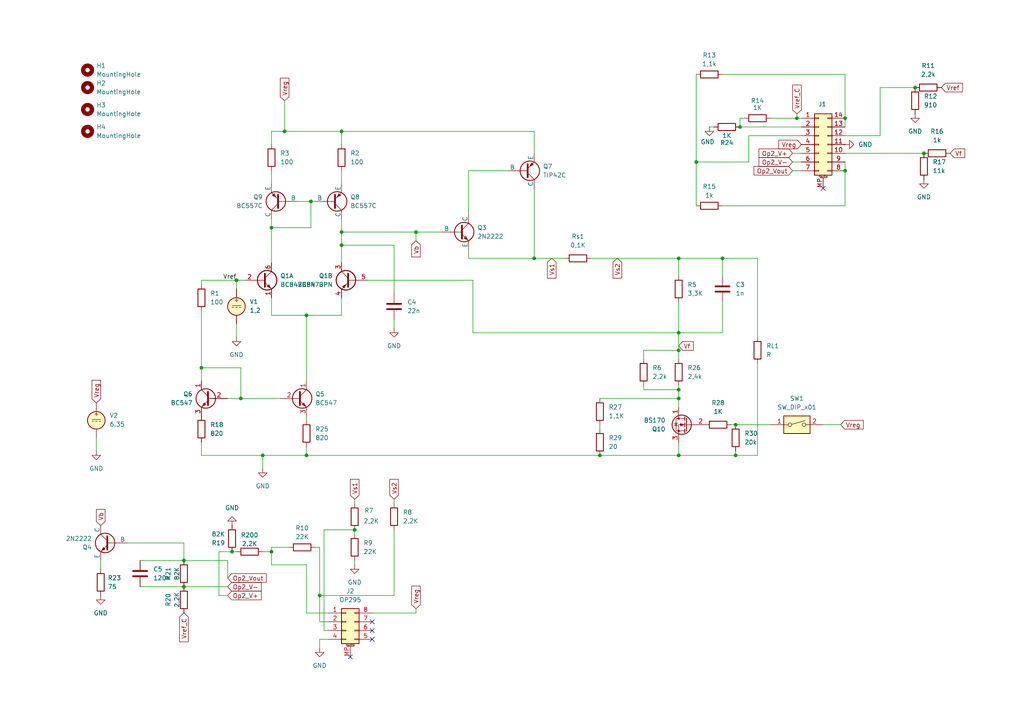
<source format=kicad_sch>
(kicad_sch (version 20231120) (generator "eeschema") (generator_version "8.0")
  (paper "A4")
  (lib_symbols
    (symbol "Connector_Generic_MountingPin:Conn_02x04_Counter_Clockwise_MountingPin" (pin_names (offset 1.016) hide)
      (property "Reference" "J" (at 1.27 5.08 0))
      (property "Value" "Conn_02x04_Counter_Clockwise_MountingPin" (at 2.54 -7.62 0))
      (symbol "Conn_02x04_Counter_Clockwise_MountingPin_1_1"
        (rectangle (start -1.27 -4.953) (end 0 -5.207) (stroke (width 0.1524)))
        (rectangle (start -1.27 -2.413) (end 0 -2.667) (stroke (width 0.1524)))
        (rectangle (start -1.27 0.127) (end 0 -0.127) (stroke (width 0.1524)))
        (rectangle (start -1.27 2.667) (end 0 2.413) (stroke (width 0.1524)))
        (rectangle (start -1.27 3.81) (end 3.81 -6.35) (stroke (width 0.254)) (fill (type background)))
        (polyline (pts (xy 0.254 -7.112) (xy 2.286 -7.112)) (stroke (width 0.1524)))
        (rectangle (start 3.81 -4.953) (end 2.54 -5.207) (stroke (width 0.1524)))
        (rectangle (start 3.81 -2.413) (end 2.54 -2.667) (stroke (width 0.1524)))
        (rectangle (start 3.81 0.127) (end 2.54 -0.127) (stroke (width 0.1524)))
        (rectangle (start 3.81 2.667) (end 2.54 2.413) (stroke (width 0.1524)))
        (text "Mounting" (at 1.27 -6.731 0) (effects (font (size 0.381 0.381))))
        (pin passive line (at -5.08 2.54 0) (length 3.81) (name "Pin_1") (number "1"))
        (pin passive line (at -5.08 0 0) (length 3.81) (name "Pin_2") (number "2"))
        (pin passive line (at -5.08 -2.54 0) (length 3.81) (name "Pin_3") (number "3"))
        (pin passive line (at -5.08 -5.08 0) (length 3.81) (name "Pin_4") (number "4"))
        (pin passive line (at 7.62 -5.08 180) (length 3.81) (name "Pin_5") (number "5"))
        (pin passive line (at 7.62 -2.54 180) (length 3.81) (name "Pin_6") (number "6"))
        (pin passive line (at 7.62 0 180) (length 3.81) (name "Pin_7") (number "7"))
        (pin passive line (at 7.62 2.54 180) (length 3.81) (name "Pin_8") (number "8"))
        (pin passive line (at 1.27 -10.16 90) (length 3.048) (name "MountPin") (number "MP"))
      )
    )
    (symbol "Connector_Generic_MountingPin:Conn_02x07_Counter_Clockwise_MountingPin" (pin_names (offset 1.016) hide)
      (property "Reference" "J" (at 1.27 10.16 0))
      (property "Value" "Conn_02x07_Counter_Clockwise_MountingPin" (at 2.54 -10.16 0))
      (symbol "Conn_02x07_Counter_Clockwise_MountingPin_1_1"
        (rectangle (start -1.27 -7.493) (end 0 -7.747) (stroke (width 0.1524)))
        (rectangle (start -1.27 -4.953) (end 0 -5.207) (stroke (width 0.1524)))
        (rectangle (start -1.27 -2.413) (end 0 -2.667) (stroke (width 0.1524)))
        (rectangle (start -1.27 0.127) (end 0 -0.127) (stroke (width 0.1524)))
        (rectangle (start -1.27 2.667) (end 0 2.413) (stroke (width 0.1524)))
        (rectangle (start -1.27 5.207) (end 0 4.953) (stroke (width 0.1524)))
        (rectangle (start -1.27 7.747) (end 0 7.493) (stroke (width 0.1524)))
        (rectangle (start -1.27 8.89) (end 3.81 -8.89) (stroke (width 0.254)) (fill (type background)))
        (polyline (pts (xy 0.254 -9.652) (xy 2.286 -9.652)) (stroke (width 0.1524)))
        (rectangle (start 3.81 -7.493) (end 2.54 -7.747) (stroke (width 0.1524)))
        (rectangle (start 3.81 -4.953) (end 2.54 -5.207) (stroke (width 0.1524)))
        (rectangle (start 3.81 -2.413) (end 2.54 -2.667) (stroke (width 0.1524)))
        (rectangle (start 3.81 0.127) (end 2.54 -0.127) (stroke (width 0.1524)))
        (rectangle (start 3.81 2.667) (end 2.54 2.413) (stroke (width 0.1524)))
        (rectangle (start 3.81 5.207) (end 2.54 4.953) (stroke (width 0.1524)))
        (rectangle (start 3.81 7.747) (end 2.54 7.493) (stroke (width 0.1524)))
        (text "Mounting" (at 1.27 -9.271 0) (effects (font (size 0.381 0.381))))
        (pin passive line (at -5.08 7.62 0) (length 3.81) (name "Pin_1") (number "1"))
        (pin passive line (at 7.62 -2.54 180) (length 3.81) (name "Pin_10") (number "10"))
        (pin passive line (at 7.62 0 180) (length 3.81) (name "Pin_11") (number "11"))
        (pin passive line (at 7.62 2.54 180) (length 3.81) (name "Pin_12") (number "12"))
        (pin passive line (at 7.62 5.08 180) (length 3.81) (name "Pin_13") (number "13"))
        (pin passive line (at 7.62 7.62 180) (length 3.81) (name "Pin_14") (number "14"))
        (pin passive line (at -5.08 5.08 0) (length 3.81) (name "Pin_2") (number "2"))
        (pin passive line (at -5.08 2.54 0) (length 3.81) (name "Pin_3") (number "3"))
        (pin passive line (at -5.08 0 0) (length 3.81) (name "Pin_4") (number "4"))
        (pin passive line (at -5.08 -2.54 0) (length 3.81) (name "Pin_5") (number "5"))
        (pin passive line (at -5.08 -5.08 0) (length 3.81) (name "Pin_6") (number "6"))
        (pin passive line (at -5.08 -7.62 0) (length 3.81) (name "Pin_7") (number "7"))
        (pin passive line (at 7.62 -7.62 180) (length 3.81) (name "Pin_8") (number "8"))
        (pin passive line (at 7.62 -5.08 180) (length 3.81) (name "Pin_9") (number "9"))
        (pin passive line (at 1.27 -12.7 90) (length 3.048) (name "MountPin") (number "MP"))
      )
    )
    (symbol "Device:C" (pin_numbers hide) (pin_names (offset 0.254))
      (property "Reference" "C" (at 0.635 2.54 0))
      (property "Value" "C" (at 0.635 -2.54 0))
      (symbol "C_0_1"
        (polyline (pts (xy -2.032 -0.762) (xy 2.032 -0.762)) (stroke (width 0.508)))
        (polyline (pts (xy -2.032 0.762) (xy 2.032 0.762)) (stroke (width 0.508)))
      )
      (symbol "C_1_1"
        (pin passive line (at 0 3.81 270) (length 2.794) (name "~") (number "1"))
        (pin passive line (at 0 -3.81 90) (length 2.794) (name "~") (number "2"))
      )
    )
    (symbol "Device:R" (pin_numbers hide) (pin_names (offset 0))
      (property "Reference" "R" (at 2.032 0 90))
      (property "Value" "R" (at 0 0 90))
      (symbol "R_0_1"
        (rectangle (start -1.016 -2.54) (end 1.016 2.54) (stroke (width 0.254)))
      )
      (symbol "R_1_1"
        (pin passive line (at 0 3.81 270) (length 1.27) (name "~") (number "1"))
        (pin passive line (at 0 -3.81 90) (length 1.27) (name "~") (number "2"))
      )
    )
    (symbol "Mechanical:MountingHole" (pin_names (offset 1.016))
      (property "Reference" "H" (at 0 5.08 0))
      (property "Value" "MountingHole" (at 0 3.175 0))
      (symbol "MountingHole_0_1"
        (circle (center 0 0) (radius 1.27) (stroke (width 1.27)))
      )
    )
    (symbol "Simulation_SPICE:NPN" (pin_numbers hide) (pin_names (offset 0))
      (property "Reference" "Q" (at -2.54 7.62 0))
      (property "Value" "NPN" (at -2.54 5.08 0))
      (symbol "NPN_0_1"
        (polyline (pts (xy -2.54 0) (xy 0.635 0)) (stroke (width 0.1524)))
        (polyline (pts (xy 0.635 0.635) (xy 2.54 2.54)))
        (polyline (pts (xy 2.794 -1.27) (xy 2.794 -1.27)) (stroke (width 0.1524)))
        (polyline (pts (xy 2.794 -1.27) (xy 2.794 -1.27)) (stroke (width 0.1524)))
        (polyline (pts (xy 0.635 -0.635) (xy 2.54 -2.54) (xy 2.54 -2.54)))
        (polyline (pts (xy 0.635 1.905) (xy 0.635 -1.905) (xy 0.635 -1.905)) (stroke (width 0.508)))
        (polyline (pts (xy 1.27 -1.778) (xy 1.778 -1.27) (xy 2.286 -2.286) (xy 1.27 -1.778) (xy 1.27 -1.778)) (fill (type outline)))
        (circle (center 1.27 0) (radius 2.8194) (stroke (width 0.254)))
      )
      (symbol "NPN_1_1"
        (pin open_collector line (at 2.54 5.08 270) (length 2.54) (name "C") (number "1"))
        (pin input line (at -5.08 0 0) (length 2.54) (name "B") (number "2"))
        (pin open_emitter line (at 2.54 -5.08 90) (length 2.54) (name "E") (number "3"))
      )
    )
    (symbol "Simulation_SPICE:PNP" (pin_numbers hide) (pin_names (offset 0))
      (property "Reference" "Q" (at -2.54 7.62 0))
      (property "Value" "PNP" (at -2.54 5.08 0))
      (symbol "PNP_0_1"
        (polyline (pts (xy -2.54 0) (xy 0.635 0)) (stroke (width 0.1524)))
        (polyline (pts (xy 0.635 0.635) (xy 2.54 2.54)))
        (polyline (pts (xy 0.635 -0.635) (xy 2.54 -2.54) (xy 2.54 -2.54)))
        (polyline (pts (xy 0.635 1.905) (xy 0.635 -1.905) (xy 0.635 -1.905)) (stroke (width 0.508)))
        (polyline (pts (xy 2.286 -1.778) (xy 1.778 -2.286) (xy 1.27 -1.27) (xy 2.286 -1.778) (xy 2.286 -1.778)) (fill (type outline)))
        (circle (center 1.27 0) (radius 2.8194) (stroke (width 0.254)))
      )
      (symbol "PNP_1_1"
        (pin open_collector line (at 2.54 5.08 270) (length 2.54) (name "C") (number "1"))
        (pin input line (at -5.08 0 0) (length 2.54) (name "B") (number "2"))
        (pin open_emitter line (at 2.54 -5.08 90) (length 2.54) (name "E") (number "3"))
      )
    )
    (symbol "Simulation_SPICE:VDC" (pin_numbers hide) (pin_names (offset 0.0254))
      (property "Reference" "V" (at 2.54 2.54 0))
      (property "Value" "1" (at 2.54 0 0))
      (symbol "VDC_0_0"
        (polyline (pts (xy -1.27 0.254) (xy 1.27 0.254)))
        (polyline (pts (xy -0.762 -0.254) (xy -1.27 -0.254)))
        (polyline (pts (xy 0.254 -0.254) (xy -0.254 -0.254)))
        (polyline (pts (xy 1.27 -0.254) (xy 0.762 -0.254)))
        (text "+" (at 0 1.905 0) (effects (font (size 1.27 1.27))))
      )
      (symbol "VDC_0_1"
        (circle (center 0 0) (radius 2.54) (stroke (width 0.254)) (fill (type background)))
      )
      (symbol "VDC_1_1"
        (pin passive line (at 0 5.08 270) (length 2.54) (name "~") (number "1"))
        (pin passive line (at 0 -5.08 90) (length 2.54) (name "~") (number "2"))
      )
    )
    (symbol "Switch:SW_DIP_x01" (pin_names (offset 0) hide)
      (property "Reference" "SW" (at 0 3.81 0))
      (property "Value" "SW_DIP_x01" (at 0 -3.81 0))
      (symbol "SW_DIP_x01_0_0"
        (circle (center -2.032 0) (radius 0.508))
        (polyline (pts (xy -1.524 0.127) (xy 2.3622 1.1684)))
        (circle (center 2.032 0) (radius 0.508))
      )
      (symbol "SW_DIP_x01_0_1"
        (rectangle (start -3.81 2.54) (end 3.81 -2.54) (stroke (width 0.254)) (fill (type background)))
      )
      (symbol "SW_DIP_x01_1_1"
        (pin passive line (at -7.62 0 0) (length 5.08) (name "~") (number "1"))
        (pin passive line (at 7.62 0 180) (length 5.08) (name "~") (number "2"))
      )
    )
    (symbol "Transistor_BJT:BC547" (pin_names (offset 0) hide)
      (property "Reference" "Q" (at 5.08 1.905 0))
      (property "Value" "BC547" (at 5.08 0 0))
      (symbol "BC547_0_1"
        (polyline (pts (xy 0 0) (xy 0.635 0)))
        (polyline (pts (xy 0.635 0.635) (xy 2.54 2.54)))
        (polyline (pts (xy 0.635 -0.635) (xy 2.54 -2.54) (xy 2.54 -2.54)))
        (polyline (pts (xy 0.635 1.905) (xy 0.635 -1.905) (xy 0.635 -1.905)) (stroke (width 0.508)))
        (polyline (pts (xy 1.27 -1.778) (xy 1.778 -1.27) (xy 2.286 -2.286) (xy 1.27 -1.778) (xy 1.27 -1.778)) (fill (type outline)))
        (circle (center 1.27 0) (radius 2.8194) (stroke (width 0.254)))
      )
      (symbol "BC547_1_1"
        (pin passive line (at 2.54 5.08 270) (length 2.54) (name "C") (number "1"))
        (pin input line (at -5.08 0 0) (length 5.08) (name "B") (number "2"))
        (pin passive line (at 2.54 -5.08 90) (length 2.54) (name "E") (number "3"))
      )
    )
    (symbol "Transistor_BJT:BC847BPN" (pin_names (offset 0) hide)
      (property "Reference" "Q" (at 5.08 1.27 0))
      (property "Value" "BC847BPN" (at 5.08 -1.27 0))
      (symbol "BC847BPN_0_1"
        (polyline (pts (xy 0.635 0) (xy -2.54 0)))
        (circle (center 1.27 0) (radius 2.8194) (stroke (width 0.254)))
        (circle (center 1.27 0) (radius 2.8194) (stroke (width 0.254)))
      )
      (symbol "BC847BPN_1_1"
        (polyline (pts (xy 0.635 0.635) (xy 2.54 2.54)))
        (polyline (pts (xy 0.635 -0.635) (xy 2.54 -2.54) (xy 2.54 -2.54)))
        (polyline (pts (xy 0.635 1.905) (xy 0.635 -1.905) (xy 0.635 -1.905)) (stroke (width 0.508)))
        (polyline (pts (xy 1.27 -1.778) (xy 1.778 -1.27) (xy 2.286 -2.286) (xy 1.27 -1.778) (xy 1.27 -1.778)) (fill (type outline)))
        (pin passive line (at 2.54 -5.08 90) (length 2.54) (name "E1") (number "1"))
        (pin input line (at -5.08 0 0) (length 2.54) (name "B1") (number "2"))
        (pin passive line (at 2.54 5.08 270) (length 2.54) (name "C1") (number "6"))
      )
      (symbol "BC847BPN_2_1"
        (polyline (pts (xy 0.635 0.635) (xy 2.54 2.54)))
        (polyline (pts (xy 0.635 -0.635) (xy 2.54 -2.54) (xy 2.54 -2.54)))
        (polyline (pts (xy 0.635 1.905) (xy 0.635 -1.905) (xy 0.635 -1.905)) (stroke (width 0.508)))
        (polyline (pts (xy 2.286 -1.778) (xy 1.778 -2.286) (xy 1.27 -1.27) (xy 2.286 -1.778) (xy 2.286 -1.778)) (fill (type outline)))
        (pin passive line (at 2.54 5.08 270) (length 2.54) (name "C2") (number "3"))
        (pin passive line (at 2.54 -5.08 90) (length 2.54) (name "E2") (number "4"))
        (pin input line (at -5.08 0 0) (length 2.54) (name "B2") (number "5"))
      )
    )
    (symbol "Transistor_FET:BS170" (pin_names hide)
      (property "Reference" "Q" (at 5.08 1.905 0))
      (property "Value" "BS170" (at 5.08 0 0))
      (symbol "BS170_0_1"
        (polyline (pts (xy 0.254 0) (xy -2.54 0)))
        (polyline (pts (xy 0.254 1.905) (xy 0.254 -1.905)) (stroke (width 0.254)))
        (polyline (pts (xy 0.762 -1.27) (xy 0.762 -2.286)) (stroke (width 0.254)))
        (polyline (pts (xy 0.762 0.508) (xy 0.762 -0.508)) (stroke (width 0.254)))
        (polyline (pts (xy 0.762 2.286) (xy 0.762 1.27)) (stroke (width 0.254)))
        (polyline (pts (xy 2.54 2.54) (xy 2.54 1.778)))
        (polyline (pts (xy 2.54 -2.54) (xy 2.54 0) (xy 0.762 0)))
        (polyline (pts (xy 0.762 -1.778) (xy 3.302 -1.778) (xy 3.302 1.778) (xy 0.762 1.778)))
        (polyline (pts (xy 1.016 0) (xy 2.032 0.381) (xy 2.032 -0.381) (xy 1.016 0)) (fill (type outline)))
        (polyline (pts (xy 2.794 0.508) (xy 2.921 0.381) (xy 3.683 0.381) (xy 3.81 0.254)))
        (polyline (pts (xy 3.302 0.381) (xy 2.921 -0.254) (xy 3.683 -0.254) (xy 3.302 0.381)))
        (circle (center 1.651 0) (radius 2.794) (stroke (width 0.254)))
        (circle (center 2.54 -1.778) (radius 0.254) (fill (type outline)))
        (circle (center 2.54 1.778) (radius 0.254) (fill (type outline)))
      )
      (symbol "BS170_1_1"
        (pin passive line (at 2.54 5.08 270) (length 2.54) (name "D") (number "1"))
        (pin input line (at -5.08 0 0) (length 2.54) (name "G") (number "2"))
        (pin passive line (at 2.54 -5.08 90) (length 2.54) (name "S") (number "3"))
      )
    )
    (symbol "power:GND" (power) (pin_numbers hide) (pin_names (offset 0) hide)
      (property "Value" "GND" (at 0 -3.81 0))
      (symbol "GND_0_1"
        (polyline (pts (xy 0 0) (xy 0 -1.27) (xy 1.27 -1.27) (xy 0 -2.54) (xy -1.27 -1.27) (xy 0 -1.27)))
      )
      (symbol "GND_1_1"
        (pin power_in line (at 0 0 270) (length 0) (name "~") (number "1"))
      )
    )
  )
  (junction (at 213.36 123.19))
  (junction (at 88.9 132.08))
  (junction (at 154.94 74.93))
  (junction (at 173.99 132.08))
  (junction (at 53.34 162.56))
  (junction (at 196.85 115.57))
  (junction (at 102.87 153.67))
  (junction (at 53.34 170.18))
  (junction (at 67.31 160.02))
  (junction (at 196.85 113.03))
  (junction (at 245.11 49.53))
  (junction (at 82.55 38.1))
  (junction (at 58.42 106.68))
  (junction (at 196.85 74.93))
  (junction (at 76.2 132.08))
  (junction (at 213.36 132.08))
  (junction (at 92.71 172.72))
  (junction (at 78.74 160.02))
  (junction (at 99.06 71.12))
  (junction (at 231.14 34.29))
  (junction (at 68.58 81.28))
  (junction (at 120.65 67.31))
  (junction (at 88.9 91.44))
  (junction (at 209.55 74.93))
  (junction (at 99.06 38.1))
  (junction (at 201.93 46.99))
  (junction (at 196.85 101.6))
  (junction (at 78.74 66.04))
  (junction (at 245.11 34.29))
  (junction (at 69.85 115.57))
  (junction (at 265.43 25.4))
  (junction (at 99.06 67.31))
  (junction (at 214.63 36.83))
  (junction (at 267.97 44.45))
  (junction (at 90.17 58.42))
  (junction (at 196.85 132.08))
  (junction (at 196.85 96.52))
  (no_connect (at 101.6 190.5))
  (no_connect (at 107.95 182.88))
  (no_connect (at 107.95 185.42))
  (no_connect (at 238.76 54.61))
  (no_connect (at 107.95 180.34))
  (wire (pts (xy 66.04 167.64) (xy 66.04 162.56)))
  (wire (pts (xy 29.21 165.1) (xy 29.21 162.56)))
  (wire (pts (xy 186.69 111.76) (xy 186.69 113.03)))
  (wire (pts (xy 232.41 39.37) (xy 217.17 39.37)))
  (wire (pts (xy 196.85 113.03) (xy 196.85 115.57)))
  (wire (pts (xy 99.06 38.1) (xy 154.94 38.1)))
  (wire (pts (xy 212.09 123.19) (xy 213.36 123.19)))
  (wire (pts (xy 120.65 176.53) (xy 120.65 177.8)))
  (wire (pts (xy 102.87 162.56) (xy 102.87 163.83)))
  (wire (pts (xy 137.16 81.28) (xy 137.16 96.52)))
  (wire (pts (xy 196.85 74.93) (xy 209.55 74.93)))
  (wire (pts (xy 88.9 177.8) (xy 88.9 163.83)))
  (wire (pts (xy 58.42 81.28) (xy 68.58 81.28)))
  (wire (pts (xy 186.69 104.14) (xy 186.69 101.6)))
  (wire (pts (xy 231.14 33.02) (xy 231.14 34.29)))
  (wire (pts (xy 213.36 132.08) (xy 219.71 132.08)))
  (wire (pts (xy 114.3 92.71) (xy 114.3 95.25)))
  (wire (pts (xy 196.85 132.08) (xy 213.36 132.08)))
  (wire (pts (xy 201.93 21.59) (xy 201.93 46.99)))
  (wire (pts (xy 219.71 105.41) (xy 219.71 132.08)))
  (wire (pts (xy 173.99 115.57) (xy 196.85 115.57)))
  (wire (pts (xy 201.93 46.99) (xy 201.93 59.69)))
  (wire (pts (xy 88.9 110.49) (xy 88.9 91.44)))
  (wire (pts (xy 90.17 58.42) (xy 91.44 58.42)))
  (wire (pts (xy 82.55 29.21) (xy 82.55 38.1)))
  (wire (pts (xy 93.98 153.67) (xy 93.98 182.88)))
  (wire (pts (xy 69.85 115.57) (xy 69.85 106.68)))
  (wire (pts (xy 88.9 120.65) (xy 88.9 121.92)))
  (wire (pts (xy 91.44 158.75) (xy 92.71 158.75)))
  (wire (pts (xy 238.76 123.19) (xy 243.84 123.19)))
  (wire (pts (xy 66.04 162.56) (xy 53.34 162.56)))
  (wire (pts (xy 120.65 177.8) (xy 107.95 177.8)))
  (wire (pts (xy 76.2 132.08) (xy 88.9 132.08)))
  (wire (pts (xy 95.25 177.8) (xy 88.9 177.8)))
  (wire (pts (xy 154.94 44.45) (xy 154.94 38.1)))
  (wire (pts (xy 209.55 59.69) (xy 245.11 59.69)))
  (wire (pts (xy 58.42 106.68) (xy 58.42 110.49)))
  (wire (pts (xy 196.85 115.57) (xy 196.85 118.11)))
  (wire (pts (xy 245.11 39.37) (xy 255.27 39.37)))
  (wire (pts (xy 245.11 46.99) (xy 245.11 49.53)))
  (wire (pts (xy 92.71 187.96) (xy 92.71 185.42)))
  (wire (pts (xy 40.64 162.56) (xy 53.34 162.56)))
  (wire (pts (xy 67.31 160.02) (xy 68.58 160.02)))
  (wire (pts (xy 82.55 38.1) (xy 99.06 38.1)))
  (wire (pts (xy 201.93 46.99) (xy 217.17 46.99)))
  (wire (pts (xy 196.85 128.27) (xy 196.85 132.08)))
  (wire (pts (xy 171.45 74.93) (xy 196.85 74.93)))
  (wire (pts (xy 93.98 182.88) (xy 95.25 182.88)))
  (wire (pts (xy 231.14 34.29) (xy 232.41 34.29)))
  (wire (pts (xy 209.55 96.52) (xy 196.85 96.52)))
  (wire (pts (xy 78.74 86.36) (xy 78.74 91.44)))
  (wire (pts (xy 92.71 185.42) (xy 95.25 185.42)))
  (wire (pts (xy 78.74 160.02) (xy 78.74 163.83)))
  (wire (pts (xy 205.74 36.83) (xy 207.01 36.83)))
  (wire (pts (xy 102.87 153.67) (xy 102.87 154.94)))
  (wire (pts (xy 58.42 82.55) (xy 58.42 81.28)))
  (wire (pts (xy 106.68 81.28) (xy 137.16 81.28)))
  (wire (pts (xy 209.55 74.93) (xy 209.55 80.01)))
  (wire (pts (xy 186.69 113.03) (xy 196.85 113.03)))
  (wire (pts (xy 196.85 87.63) (xy 196.85 96.52)))
  (wire (pts (xy 68.58 93.98) (xy 68.58 97.79)))
  (wire (pts (xy 95.25 180.34) (xy 92.71 180.34)))
  (wire (pts (xy 173.99 132.08) (xy 196.85 132.08)))
  (wire (pts (xy 135.89 72.39) (xy 135.89 74.93)))
  (wire (pts (xy 196.85 111.76) (xy 196.85 113.03)))
  (wire (pts (xy 229.87 49.53) (xy 232.41 49.53)))
  (wire (pts (xy 223.52 34.29) (xy 231.14 34.29)))
  (wire (pts (xy 78.74 63.5) (xy 78.74 66.04)))
  (wire (pts (xy 219.71 74.93) (xy 219.71 97.79)))
  (wire (pts (xy 27.94 127) (xy 27.94 130.81)))
  (wire (pts (xy 88.9 132.08) (xy 173.99 132.08)))
  (wire (pts (xy 58.42 132.08) (xy 76.2 132.08)))
  (wire (pts (xy 245.11 59.69) (xy 245.11 49.53)))
  (wire (pts (xy 92.71 158.75) (xy 92.71 172.72)))
  (wire (pts (xy 99.06 67.31) (xy 99.06 71.12)))
  (wire (pts (xy 114.3 144.78) (xy 114.3 146.05)))
  (wire (pts (xy 93.98 153.67) (xy 102.87 153.67)))
  (wire (pts (xy 245.11 44.45) (xy 267.97 44.45)))
  (wire (pts (xy 135.89 49.53) (xy 135.89 62.23)))
  (wire (pts (xy 78.74 160.02) (xy 78.74 158.75)))
  (wire (pts (xy 68.58 83.82) (xy 68.58 81.28)))
  (wire (pts (xy 63.5 172.72) (xy 66.04 172.72)))
  (wire (pts (xy 196.85 96.52) (xy 196.85 101.6)))
  (wire (pts (xy 63.5 160.02) (xy 63.5 172.72)))
  (wire (pts (xy 214.63 34.29) (xy 214.63 36.83)))
  (wire (pts (xy 114.3 172.72) (xy 92.71 172.72)))
  (wire (pts (xy 229.87 44.45) (xy 232.41 44.45)))
  (wire (pts (xy 196.85 101.6) (xy 196.85 104.14)))
  (wire (pts (xy 58.42 90.17) (xy 58.42 106.68)))
  (wire (pts (xy 66.04 115.57) (xy 69.85 115.57)))
  (wire (pts (xy 69.85 115.57) (xy 81.28 115.57)))
  (wire (pts (xy 217.17 39.37) (xy 217.17 46.99)))
  (wire (pts (xy 114.3 71.12) (xy 99.06 71.12)))
  (wire (pts (xy 99.06 91.44) (xy 99.06 86.36)))
  (wire (pts (xy 53.34 170.18) (xy 66.04 170.18)))
  (wire (pts (xy 135.89 74.93) (xy 154.94 74.93)))
  (wire (pts (xy 120.65 67.31) (xy 128.27 67.31)))
  (wire (pts (xy 78.74 66.04) (xy 78.74 76.2)))
  (wire (pts (xy 90.17 66.04) (xy 78.74 66.04)))
  (wire (pts (xy 154.94 54.61) (xy 154.94 74.93)))
  (wire (pts (xy 78.74 49.53) (xy 78.74 53.34)))
  (wire (pts (xy 99.06 49.53) (xy 99.06 53.34)))
  (wire (pts (xy 102.87 144.78) (xy 102.87 146.05)))
  (wire (pts (xy 209.55 21.59) (xy 245.11 21.59)))
  (wire (pts (xy 114.3 85.09) (xy 114.3 71.12)))
  (wire (pts (xy 88.9 129.54) (xy 88.9 132.08)))
  (wire (pts (xy 78.74 38.1) (xy 82.55 38.1)))
  (wire (pts (xy 255.27 25.4) (xy 265.43 25.4)))
  (wire (pts (xy 68.58 81.28) (xy 71.12 81.28)))
  (wire (pts (xy 229.87 46.99) (xy 232.41 46.99)))
  (wire (pts (xy 114.3 153.67) (xy 114.3 172.72)))
  (wire (pts (xy 209.55 74.93) (xy 219.71 74.93)))
  (wire (pts (xy 36.83 157.48) (xy 53.34 157.48)))
  (wire (pts (xy 40.64 170.18) (xy 53.34 170.18)))
  (wire (pts (xy 213.36 130.81) (xy 213.36 132.08)))
  (wire (pts (xy 137.16 96.52) (xy 196.85 96.52)))
  (wire (pts (xy 120.65 67.31) (xy 120.65 69.85)))
  (wire (pts (xy 154.94 74.93) (xy 163.83 74.93)))
  (wire (pts (xy 78.74 91.44) (xy 88.9 91.44)))
  (wire (pts (xy 76.2 132.08) (xy 76.2 135.89)))
  (wire (pts (xy 63.5 160.02) (xy 67.31 160.02)))
  (wire (pts (xy 88.9 91.44) (xy 99.06 91.44)))
  (wire (pts (xy 255.27 39.37) (xy 255.27 25.4)))
  (wire (pts (xy 90.17 58.42) (xy 90.17 66.04)))
  (wire (pts (xy 92.71 172.72) (xy 92.71 180.34)))
  (wire (pts (xy 53.34 162.56) (xy 53.34 157.48)))
  (wire (pts (xy 245.11 21.59) (xy 245.11 34.29)))
  (wire (pts (xy 78.74 158.75) (xy 83.82 158.75)))
  (wire (pts (xy 99.06 63.5) (xy 99.06 67.31)))
  (wire (pts (xy 78.74 163.83) (xy 88.9 163.83)))
  (wire (pts (xy 135.89 49.53) (xy 147.32 49.53)))
  (wire (pts (xy 215.9 34.29) (xy 214.63 34.29)))
  (wire (pts (xy 245.11 34.29) (xy 245.11 36.83)))
  (wire (pts (xy 99.06 38.1) (xy 99.06 41.91)))
  (wire (pts (xy 78.74 41.91) (xy 78.74 38.1)))
  (wire (pts (xy 99.06 71.12) (xy 99.06 76.2)))
  (wire (pts (xy 58.42 106.68) (xy 69.85 106.68)))
  (wire (pts (xy 209.55 87.63) (xy 209.55 96.52)))
  (wire (pts (xy 196.85 74.93) (xy 196.85 80.01)))
  (wire (pts (xy 76.2 160.02) (xy 78.74 160.02)))
  (wire (pts (xy 213.36 123.19) (xy 223.52 123.19)))
  (wire (pts (xy 86.36 58.42) (xy 90.17 58.42)))
  (wire (pts (xy 173.99 123.19) (xy 173.99 124.46)))
  (wire (pts (xy 58.42 128.27) (xy 58.42 132.08)))
  (wire (pts (xy 99.06 67.31) (xy 120.65 67.31)))
  (wire (pts (xy 214.63 36.83) (xy 232.41 36.83)))
  (wire (pts (xy 186.69 101.6) (xy 196.85 101.6)))
  (label "Vref" (at 68.58 81.28 180))
  (global_label "Op2_V-" (shape input) (at 229.87 46.99 180) (property "Intersheetrefs" "${INTERSHEET_REFS}" (effects (hide yes))))
  (global_label "Vs1" (shape input) (at 102.87 144.78 90) (property "Intersheetrefs" "${INTERSHEET_REFS}" (effects (hide yes))))
  (global_label "Vreg" (shape input) (at 243.84 123.19 0) (property "Intersheetrefs" "${INTERSHEET_REFS}" (effects (hide yes))))
  (global_label "Vf" (shape input) (at 196.85 100.33 0) (property "Intersheetrefs" "${INTERSHEET_REFS}" (effects (hide yes))))
  (global_label "Vs2" (shape input) (at 179.07 74.93 270) (property "Intersheetrefs" "${INTERSHEET_REFS}" (effects (hide yes))))
  (global_label "Vreg" (shape input) (at 27.94 116.84 90) (property "Intersheetrefs" "${INTERSHEET_REFS}" (effects (hide yes))))
  (global_label "Vs1" (shape input) (at 160.02 74.93 270) (property "Intersheetrefs" "${INTERSHEET_REFS}" (effects (hide yes))))
  (global_label "Vs2" (shape input) (at 114.3 144.78 90) (property "Intersheetrefs" "${INTERSHEET_REFS}" (effects (hide yes))))
  (global_label "Vref_C" (shape input) (at 53.34 177.8 270) (property "Intersheetrefs" "${INTERSHEET_REFS}" (effects (hide yes))))
  (global_label "Vreg" (shape input) (at 232.41 41.91 180) (property "Intersheetrefs" "${INTERSHEET_REFS}" (effects (hide yes))))
  (global_label "Op2_Vout" (shape input) (at 66.04 167.64 0) (property "Intersheetrefs" "${INTERSHEET_REFS}" (effects (hide yes))))
  (global_label "Vb" (shape input) (at 29.21 152.4 90) (property "Intersheetrefs" "${INTERSHEET_REFS}" (effects (hide yes))))
  (global_label "Vreg" (shape input) (at 120.65 176.53 90) (property "Intersheetrefs" "${INTERSHEET_REFS}" (effects (hide yes))))
  (global_label "Op2_V-" (shape input) (at 66.04 170.18 0) (property "Intersheetrefs" "${INTERSHEET_REFS}" (effects (hide yes))))
  (global_label "Op2_Vout" (shape input) (at 229.87 49.53 180) (property "Intersheetrefs" "${INTERSHEET_REFS}" (effects (hide yes))))
  (global_label "Vref" (shape input) (at 273.05 25.4 0) (property "Intersheetrefs" "${INTERSHEET_REFS}" (effects (hide yes))))
  (global_label "Vreg" (shape input) (at 82.55 29.21 90) (property "Intersheetrefs" "${INTERSHEET_REFS}" (effects (hide yes))))
  (global_label "Vf" (shape input) (at 275.59 44.45 0) (property "Intersheetrefs" "${INTERSHEET_REFS}" (effects (hide yes))))
  (global_label "Op2_V+" (shape input) (at 66.04 172.72 0) (property "Intersheetrefs" "${INTERSHEET_REFS}" (effects (hide yes))))
  (global_label "Vref_C" (shape input) (at 231.14 33.02 90) (property "Intersheetrefs" "${INTERSHEET_REFS}" (effects (hide yes))))
  (global_label "Op2_V+" (shape input) (at 229.87 44.45 180) (property "Intersheetrefs" "${INTERSHEET_REFS}" (effects (hide yes))))
  (global_label "Vb" (shape input) (at 120.65 69.85 270) (property "Intersheetrefs" "${INTERSHEET_REFS}" (effects (hide yes))))
  (symbol (lib_id "Device:R") (at 271.78 44.45 270) (unit 1)
    (property "Reference" "R16" (at 271.78 38.1 90))
    (property "Value" "1k" (at 271.78 40.64 90))
    (property "Footprint" "Resistor_THT:R_Axial_DIN0204_L3.6mm_D1.6mm_P7.62mm_Horizontal" (effects (hide yes)))
    (property "Description" "Resistor" (effects (hide yes)))
  )
  (symbol (lib_id "Device:R") (at 219.71 101.6 180) (unit 1)
    (property "Reference" "RL1" (at 222.25 100.3299 0) (effects (justify right)))
    (property "Value" "R" (at 222.25 102.8699 0) (effects (justify right)))
    (property "Footprint" "TerminalBlock:TerminalBlock_Xinya_XY308-2.54-2P_1x02_P2.54mm_Horizontal" (effects (hide yes)))
    (property "Description" "Resistor" (effects (hide yes)))
  )
  (symbol (lib_id "Device:R") (at 173.99 119.38 180) (unit 1)
    (property "Reference" "R27" (at 176.53 118.1099 0) (effects (justify right)))
    (property "Value" "1,1K" (at 176.53 120.6499 0) (effects (justify right)))
    (property "Footprint" "Resistor_THT:R_Axial_DIN0204_L3.6mm_D1.6mm_P7.62mm_Horizontal" (effects (hide yes)))
    (property "Description" "Resistor" (effects (hide yes)))
  )
  (symbol (lib_id "Device:R") (at 267.97 48.26 180) (unit 1)
    (property "Reference" "R17" (at 270.51 46.9899 0) (effects (justify right)))
    (property "Value" "11k" (at 270.51 49.5299 0) (effects (justify right)))
    (property "Footprint" "Resistor_THT:R_Axial_DIN0204_L3.6mm_D1.6mm_P7.62mm_Horizontal" (effects (hide yes)))
    (property "Description" "Resistor" (effects (hide yes)))
  )
  (symbol (lib_id "Device:R") (at 99.06 45.72 0) (unit 1)
    (property "Reference" "R2" (at 101.6 44.4499 0) (effects (justify left)))
    (property "Value" "100" (at 101.6 46.9899 0) (effects (justify left)))
    (property "Footprint" "Resistor_THT:R_Axial_DIN0204_L3.6mm_D1.6mm_P7.62mm_Horizontal" (effects (hide yes)))
    (property "Description" "Resistor" (effects (hide yes)))
  )
  (symbol (lib_id "Connector_Generic_MountingPin:Conn_02x04_Counter_Clockwise_MountingPin") (at 100.33 180.34 0) (unit 1)
    (property "Reference" "J2" (at 101.6 171.45 0))
    (property "Value" "OP295" (at 101.6 173.99 0))
    (property "Footprint" "Package_DIP:DIP-8_W7.62mm" (effects (hide yes)))
    (property "Description" "Generic connectable mounting pin connector, double row, 02x04, counter clockwise pin numbering scheme (similar to DIP package numbering), script generated (kicad-library-utils/schlib/autogen/connector/)" (effects (hide yes)))
  )
  (symbol (lib_id "Device:R") (at 53.34 166.37 180) (unit 1)
    (property "Reference" "R21" (at 48.768 166.37 90))
    (property "Value" "82K" (at 51.308 166.37 90))
    (property "Footprint" "Resistor_THT:R_Axial_DIN0204_L3.6mm_D1.6mm_P7.62mm_Horizontal" (effects (hide yes)))
    (property "Description" "Resistor" (effects (hide yes)))
  )
  (symbol (lib_id "Device:R") (at 186.69 107.95 180) (unit 1)
    (property "Reference" "R6" (at 189.23 106.6799 0) (effects (justify right)))
    (property "Value" "2,2k" (at 189.23 109.2199 0) (effects (justify right)))
    (property "Footprint" "Resistor_THT:R_Axial_DIN0204_L3.6mm_D1.6mm_P7.62mm_Horizontal" (effects (hide yes)))
    (property "Description" "Resistor" (effects (hide yes)))
  )
  (symbol (lib_id "Mechanical:MountingHole") (at 25.4 20.32 0) (unit 1)
    (property "Reference" "H1" (at 27.94 19.05 0) (effects (justify left)))
    (property "Value" "MountingHole" (at 27.94 21.59 0) (effects (justify left)))
    (property "Footprint" "MountingHole:MountingHole_2.7mm_M2.5" (effects (hide yes)))
  )
  (symbol (lib_id "Device:C") (at 114.3 88.9 0) (unit 1)
    (property "Reference" "C4" (at 118.11 87.6299 0) (effects (justify left)))
    (property "Value" "22n" (at 118.11 90.1699 0) (effects (justify left)))
    (property "Footprint" "Capacitor_THT:C_Disc_D5.0mm_W2.5mm_P5.00mm" (effects (hide yes)))
    (property "Description" "Unpolarized capacitor" (effects (hide yes)))
  )
  (symbol (lib_id "Device:R") (at 269.24 25.4 270) (unit 1)
    (property "Reference" "R11" (at 269.24 19.05 90))
    (property "Value" "2,2k" (at 269.24 21.59 90))
    (property "Footprint" "Resistor_THT:R_Axial_DIN0204_L3.6mm_D1.6mm_P7.62mm_Horizontal" (effects (hide yes)))
    (property "Description" "Resistor" (effects (hide yes)))
  )
  (symbol (lib_id "Device:R") (at 78.74 45.72 0) (unit 1)
    (property "Reference" "R3" (at 81.28 44.4499 0) (effects (justify left)))
    (property "Value" "100" (at 81.28 46.9899 0) (effects (justify left)))
    (property "Footprint" "Resistor_THT:R_Axial_DIN0204_L3.6mm_D1.6mm_P7.62mm_Horizontal" (effects (hide yes)))
    (property "Description" "Resistor" (effects (hide yes)))
  )
  (symbol (lib_id "Device:R") (at 196.85 83.82 180) (unit 1)
    (property "Reference" "R5" (at 199.39 82.5499 0) (effects (justify right)))
    (property "Value" "3,3K" (at 199.39 85.0899 0) (effects (justify right)))
    (property "Footprint" "Resistor_THT:R_Axial_DIN0204_L3.6mm_D1.6mm_P7.62mm_Horizontal" (effects (hide yes)))
    (property "Description" "Resistor" (effects (hide yes)))
  )
  (symbol (lib_id "Device:R") (at 67.31 156.21 0) (unit 1)
    (property "Reference" "R19" (at 65.278 157.48 0) (effects (justify right)))
    (property "Value" "82K" (at 65.278 154.94 0) (effects (justify right)))
    (property "Footprint" "Resistor_THT:R_Axial_DIN0204_L3.6mm_D1.6mm_P7.62mm_Horizontal" (effects (hide yes)))
    (property "Description" "Resistor" (effects (hide yes)))
  )
  (symbol (lib_id "Device:R") (at 29.21 168.91 180) (unit 1)
    (property "Reference" "R23" (at 31.242 167.64 0) (effects (justify right)))
    (property "Value" "75" (at 31.242 170.18 0) (effects (justify right)))
    (property "Footprint" "Resistor_THT:R_Axial_DIN0204_L3.6mm_D1.6mm_P7.62mm_Horizontal" (effects (hide yes)))
    (property "Description" "Resistor" (effects (hide yes)))
  )
  (symbol (lib_id "power:GND") (at 205.74 36.83 0) (unit 1)
    (property "Reference" "#PWR08" (effects (hide yes)))
    (property "Value" "GND" (at 205.232 41.148 0))
    (property "Description" "Power symbol creates a global label with name \"GND\" , ground" (effects (hide yes)))
  )
  (symbol (lib_id "Device:R") (at 210.82 36.83 90) (unit 1)
    (property "Reference" "R24" (at 210.82 41.402 90))
    (property "Value" "1K" (at 210.82 39.37 90))
    (property "Footprint" "Resistor_THT:R_Axial_DIN0204_L3.6mm_D1.6mm_P7.62mm_Horizontal" (effects (hide yes)))
    (property "Description" "Resistor" (effects (hide yes)))
  )
  (symbol (lib_id "Device:R") (at 208.28 123.19 270) (unit 1)
    (property "Reference" "R28" (at 208.28 116.84 90))
    (property "Value" "1K" (at 208.28 119.38 90))
    (property "Footprint" "Resistor_THT:R_Axial_DIN0204_L3.6mm_D1.6mm_P7.62mm_Horizontal" (effects (hide yes)))
    (property "Description" "Resistor" (effects (hide yes)))
  )
  (symbol (lib_id "power:GND") (at 267.97 52.07 0) (unit 1)
    (property "Reference" "#PWR012" (effects (hide yes)))
    (property "Value" "GND" (at 267.97 57.15 0))
    (property "Description" "Power symbol creates a global label with name \"GND\" , ground" (effects (hide yes)))
  )
  (symbol (lib_id "Connector_Generic_MountingPin:Conn_02x07_Counter_Clockwise_MountingPin") (at 237.49 41.91 0) (unit 1)
    (property "Reference" "J1" (at 238.506 30.226 0))
    (property "Value" "Conn_02x07_Counter_Clockwise_MountingPin" (effects (hide yes)))
    (property "Footprint" "Package_DIP:DIP-14_W7.62mm" (effects (hide yes)))
    (property "Description" "Generic connectable mounting pin connector, double row, 02x07, counter clockwise pin numbering scheme (similar to DIP package numbering), script generated (kicad-library-utils/schlib/autogen/connector/)" (effects (hide yes)))
  )
  (symbol (lib_id "Device:C") (at 40.64 166.37 0) (unit 1)
    (property "Reference" "C5" (at 44.45 165.0999 0) (effects (justify left)))
    (property "Value" "120n" (at 44.45 167.6399 0) (effects (justify left)))
    (property "Footprint" "Capacitor_THT:C_Disc_D5.0mm_W2.5mm_P5.00mm" (effects (hide yes)))
    (property "Description" "Unpolarized capacitor" (effects (hide yes)))
  )
  (symbol (lib_id "power:GND") (at 265.43 33.02 0) (unit 1)
    (property "Reference" "#PWR011" (effects (hide yes)))
    (property "Value" "GND" (at 265.43 38.1 0))
    (property "Description" "Power symbol creates a global label with name \"GND\" , ground" (effects (hide yes)))
  )
  (symbol (lib_id "Device:R") (at 196.85 107.95 180) (unit 1)
    (property "Reference" "R26" (at 199.39 106.6799 0) (effects (justify right)))
    (property "Value" "2,4k" (at 199.39 109.2199 0) (effects (justify right)))
    (property "Footprint" "Resistor_THT:R_Axial_DIN0204_L3.6mm_D1.6mm_P7.62mm_Horizontal" (effects (hide yes)))
    (property "Description" "Resistor" (effects (hide yes)))
  )
  (symbol (lib_id "Device:R") (at 58.42 124.46 0) (unit 1)
    (property "Reference" "R18" (at 60.96 123.1899 0) (effects (justify left)))
    (property "Value" "820" (at 60.96 125.7299 0) (effects (justify left)))
    (property "Footprint" "Resistor_THT:R_Axial_DIN0204_L3.6mm_D1.6mm_P7.62mm_Horizontal" (effects (hide yes)))
    (property "Description" "Resistor" (effects (hide yes)))
  )
  (symbol (lib_id "Switch:SW_DIP_x01") (at 231.14 123.19 0) (unit 1)
    (property "Reference" "SW1" (at 231.14 115.57 0))
    (property "Value" "SW_DIP_x01" (at 231.14 118.11 0))
    (property "Footprint" "TerminalBlock_Phoenix:TerminalBlock_Phoenix_MKDS-3-2-5.08_1x02_P5.08mm_Horizontal" (effects (hide yes)))
  )
  (symbol (lib_id "power:GND") (at 76.2 135.89 0) (unit 1) (on_board no)
    (property "Reference" "#PWR04" (effects (hide yes)))
    (property "Value" "GND" (at 76.2 140.97 0))
    (property "Description" "Power symbol creates a global label with name \"GND\" , ground" (effects (hide yes)))
  )
  (symbol (lib_id "Device:R") (at 53.34 173.99 180) (unit 1)
    (property "Reference" "R20" (at 48.768 173.99 90))
    (property "Value" "2,2K" (at 51.308 173.99 90))
    (property "Footprint" "Resistor_THT:R_Axial_DIN0204_L3.6mm_D1.6mm_P7.62mm_Horizontal" (effects (hide yes)))
    (property "Description" "Resistor" (effects (hide yes)))
  )
  (symbol (lib_id "Transistor_BJT:BC847BPN") (at 101.6 81.28 0) (mirror y) (unit 2)
    (property "Reference" "Q1" (at 96.52 80.0099 0) (effects (justify left)))
    (property "Value" "BC847BPN" (at 96.52 82.5499 0) (effects (justify left)))
    (property "Footprint" "Package_TO_SOT_SMD:SOT-363_SC-70-6" (effects (hide yes)))
    (property "Datasheet" "https://assets.nexperia.com/documents/data-sheet/BC847BPN.pdf" (effects (hide yes)))
    (property "Description" "100mA IC, 45V Vce, Dual NPN/PNP Transistors, SOT-363" (effects (hide yes)))
  )
  (symbol (lib_id "Simulation_SPICE:PNP") (at 152.4 49.53 0) (mirror x) (unit 1)
    (property "Reference" "Q7" (at 157.48 48.2599 0) (effects (justify left)))
    (property "Value" "TIP42C" (at 157.48 50.7999 0) (effects (justify left)))
    (property "Footprint" "Package_TO_SOT_THT:TO-220-3_Vertical" (effects (hide yes)))
    (property "Datasheet" "https://ngspice.sourceforge.io/docs/ngspice-html-manual/manual.xhtml#cha_BJTs" (effects (hide yes)))
    (property "Description" "Bipolar transistor symbol for simulation only, substrate tied to the emitter" (effects (hide yes)))
    (property "Sim.Device" "PNP" (effects (hide yes)))
    (property "Sim.Type" "GUMMELPOON" (effects (hide yes)))
    (property "Sim.Pins" "1=C 2=B 3=E" (effects (hide yes)))
  )
  (symbol (lib_id "power:GND") (at 29.21 172.72 0) (unit 1) (on_board no)
    (property "Reference" "#PWR01" (effects (hide yes)))
    (property "Value" "GND" (at 29.21 177.8 0))
    (property "Description" "Power symbol creates a global label with name \"GND\" , ground" (effects (hide yes)))
  )
  (symbol (lib_id "Device:R") (at 102.87 158.75 180) (unit 1)
    (property "Reference" "R9" (at 105.41 157.4799 0) (effects (justify right)))
    (property "Value" "22K" (at 105.41 160.0199 0) (effects (justify right)))
    (property "Footprint" "Resistor_THT:R_Axial_DIN0204_L3.6mm_D1.6mm_P7.62mm_Horizontal" (effects (hide yes)))
    (property "Description" "Resistor" (effects (hide yes)))
  )
  (symbol (lib_id "Simulation_SPICE:PNP") (at 81.28 58.42 180) (unit 1)
    (property "Reference" "Q9" (at 76.2 57.1499 0) (effects (justify left)))
    (property "Value" "BC557C" (at 76.2 59.6899 0) (effects (justify left)))
    (property "Footprint" "Package_TO_SOT_THT:TO-92" (effects (hide yes)))
    (property "Datasheet" "https://ngspice.sourceforge.io/docs/ngspice-html-manual/manual.xhtml#cha_BJTs" (effects (hide yes)))
    (property "Description" "Bipolar transistor symbol for simulation only, substrate tied to the emitter" (effects (hide yes)))
    (property "Sim.Device" "PNP" (effects (hide yes)))
    (property "Sim.Type" "GUMMELPOON" (effects (hide yes)))
    (property "Sim.Pins" "1=C 2=B 3=E" (effects (hide yes)))
  )
  (symbol (lib_id "Transistor_BJT:BC847BPN") (at 76.2 81.28 0) (unit 1)
    (property "Reference" "Q1" (at 81.28 80.0099 0) (effects (justify left)))
    (property "Value" "BC847BPN" (at 81.28 82.5499 0) (effects (justify left)))
    (property "Footprint" "Package_TO_SOT_SMD:SOT-363_SC-70-6" (effects (hide yes)))
    (property "Datasheet" "https://assets.nexperia.com/documents/data-sheet/BC847BPN.pdf" (effects (hide yes)))
    (property "Description" "100mA IC, 45V Vce, Dual NPN/PNP Transistors, SOT-363" (effects (hide yes)))
  )
  (symbol (lib_id "Device:R") (at 205.74 59.69 270) (unit 1)
    (property "Reference" "R15" (at 205.74 54.102 90))
    (property "Value" "1k" (at 205.74 56.642 90))
    (property "Footprint" "Resistor_THT:R_Axial_DIN0204_L3.6mm_D1.6mm_P7.62mm_Horizontal" (effects (hide yes)))
    (property "Description" "Resistor" (effects (hide yes)))
  )
  (symbol (lib_id "Device:R") (at 88.9 125.73 0) (unit 1)
    (property "Reference" "R25" (at 91.44 124.4599 0) (effects (justify left)))
    (property "Value" "820" (at 91.44 126.9999 0) (effects (justify left)))
    (property "Footprint" "Resistor_THT:R_Axial_DIN0204_L3.6mm_D1.6mm_P7.62mm_Horizontal" (effects (hide yes)))
    (property "Description" "Resistor" (effects (hide yes)))
  )
  (symbol (lib_id "Device:C") (at 209.55 83.82 0) (unit 1)
    (property "Reference" "C3" (at 213.36 82.5499 0) (effects (justify left)))
    (property "Value" "1n" (at 213.36 85.0899 0) (effects (justify left)))
    (property "Footprint" "Capacitor_THT:C_Disc_D5.0mm_W2.5mm_P5.00mm" (effects (hide yes)))
    (property "Description" "Unpolarized capacitor" (effects (hide yes)))
  )
  (symbol (lib_id "power:GND") (at 92.71 187.96 0) (unit 1) (on_board no)
    (property "Reference" "#PWR09" (effects (hide yes)))
    (property "Value" "GND" (at 92.71 193.04 0))
    (property "Description" "Power symbol creates a global label with name \"GND\" , ground" (effects (hide yes)))
  )
  (symbol (lib_id "Device:R") (at 102.87 149.86 180) (unit 1)
    (property "Reference" "R7" (at 105.664 148.082 0) (effects (justify right)))
    (property "Value" "2,2K" (at 105.41 151.1299 0) (effects (justify right)))
    (property "Footprint" "Resistor_THT:R_Axial_DIN0204_L3.6mm_D1.6mm_P7.62mm_Horizontal" (effects (hide yes)))
    (property "Description" "Resistor" (effects (hide yes)))
  )
  (symbol (lib_id "Device:R") (at 205.74 21.59 270) (unit 1)
    (property "Reference" "R13" (at 205.74 16.002 90))
    (property "Value" "1,1k" (at 205.74 18.542 90))
    (property "Footprint" "Resistor_THT:R_Axial_DIN0204_L3.6mm_D1.6mm_P7.62mm_Horizontal" (effects (hide yes)))
    (property "Description" "Resistor" (effects (hide yes)))
  )
  (symbol (lib_id "Transistor_BJT:BC547") (at 60.96 115.57 0) (mirror y) (unit 1)
    (property "Reference" "Q6" (at 55.88 114.2999 0) (effects (justify left)))
    (property "Value" "BC547" (at 55.88 116.8399 0) (effects (justify left)))
    (property "Footprint" "Package_TO_SOT_THT:TO-92_Inline" (effects (hide yes)))
    (property "Datasheet" "https://www.onsemi.com/pub/Collateral/BC550-D.pdf" (effects (hide yes)))
    (property "Description" "0.1A Ic, 45V Vce, Small Signal NPN Transistor, TO-92" (effects (hide yes)))
  )
  (symbol (lib_id "Device:R") (at 167.64 74.93 90) (unit 1)
    (property "Reference" "Rs1" (at 167.64 68.58 90))
    (property "Value" "0,1K" (at 167.64 71.12 90))
    (property "Footprint" "Resistor_THT:R_Axial_Power_L20.0mm_W6.4mm_P25.40mm" (effects (hide yes)))
    (property "Description" "Resistor" (effects (hide yes)))
  )
  (symbol (lib_id "Device:R") (at 213.36 127 180) (unit 1)
    (property "Reference" "R30" (at 215.9 125.7299 0) (effects (justify right)))
    (property "Value" "20k" (at 215.9 128.2699 0) (effects (justify right)))
    (property "Footprint" "Resistor_THT:R_Axial_DIN0204_L3.6mm_D1.6mm_P7.62mm_Horizontal" (effects (hide yes)))
    (property "Description" "Resistor" (effects (hide yes)))
  )
  (symbol (lib_id "Device:R") (at 58.42 86.36 0) (unit 1)
    (property "Reference" "R1" (at 60.96 85.0899 0) (effects (justify left)))
    (property "Value" "100" (at 60.96 87.6299 0) (effects (justify left)))
    (property "Footprint" "Resistor_THT:R_Axial_DIN0204_L3.6mm_D1.6mm_P7.62mm_Horizontal" (effects (hide yes)))
    (property "Description" "Resistor" (effects (hide yes)))
  )
  (symbol (lib_id "power:GND") (at 68.58 97.79 0) (unit 1) (on_board no)
    (property "Reference" "#PWR03" (effects (hide yes)))
    (property "Value" "GND" (at 68.58 102.87 0))
    (property "Description" "Power symbol creates a global label with name \"GND\" , ground" (effects (hide yes)))
  )
  (symbol (lib_id "power:GND") (at 114.3 95.25 0) (unit 1)
    (property "Reference" "#PWR05" (effects (hide yes)))
    (property "Value" "GND" (at 114.3 100.33 0))
    (property "Description" "Power symbol creates a global label with name \"GND\" , ground" (effects (hide yes)))
  )
  (symbol (lib_id "Simulation_SPICE:NPN") (at 31.75 157.48 0) (mirror y) (unit 1)
    (property "Reference" "Q4" (at 26.67 158.7501 0) (effects (justify left)))
    (property "Value" "2N2222" (at 26.67 156.2101 0) (effects (justify left)))
    (property "Footprint" "Package_TO_SOT_THT:TO-92" (effects (hide yes)))
    (property "Datasheet" "https://ngspice.sourceforge.io/docs/ngspice-html-manual/manual.xhtml#cha_BJTs" (effects (hide yes)))
    (property "Description" "Bipolar transistor symbol for simulation only, substrate tied to the emitter" (effects (hide yes)))
    (property "Sim.Device" "NPN" (effects (hide yes)))
    (property "Sim.Type" "GUMMELPOON" (effects (hide yes)))
    (property "Sim.Pins" "1=C 2=B 3=E" (effects (hide yes)))
  )
  (symbol (lib_id "power:GND") (at 67.31 152.4 180) (unit 1) (on_board no)
    (property "Reference" "#PWR02" (effects (hide yes)))
    (property "Value" "GND" (at 67.31 147.32 0))
    (property "Description" "Power symbol creates a global label with name \"GND\" , ground" (effects (hide yes)))
  )
  (symbol (lib_id "Mechanical:MountingHole") (at 25.4 38.1 0) (unit 1)
    (property "Reference" "H4" (at 27.94 36.83 0) (effects (justify left)))
    (property "Value" "MountingHole" (at 27.94 39.37 0) (effects (justify left)))
    (property "Footprint" "MountingHole:MountingHole_2.7mm_M2.5" (effects (hide yes)))
  )
  (symbol (lib_id "Device:R") (at 173.99 128.27 180) (unit 1)
    (property "Reference" "R29" (at 176.53 126.9999 0) (effects (justify right)))
    (property "Value" "20" (at 176.53 129.5399 0) (effects (justify right)))
    (property "Footprint" "Resistor_THT:R_Axial_DIN0204_L3.6mm_D1.6mm_P7.62mm_Horizontal" (effects (hide yes)))
    (property "Description" "Resistor" (effects (hide yes)))
  )
  (symbol (lib_id "Mechanical:MountingHole") (at 25.4 25.4 0) (unit 1)
    (property "Reference" "H2" (at 27.94 24.13 0) (effects (justify left)))
    (property "Value" "MountingHole" (at 27.94 26.67 0) (effects (justify left)))
    (property "Footprint" "MountingHole:MountingHole_2.7mm_M2.5" (effects (hide yes)))
  )
  (symbol (lib_id "power:GND") (at 27.94 130.81 0) (unit 1) (on_board no)
    (property "Reference" "#PWR013" (effects (hide yes)))
    (property "Value" "GND" (at 27.94 135.89 0))
    (property "Description" "Power symbol creates a global label with name \"GND\" , ground" (effects (hide yes)))
  )
  (symbol (lib_id "Simulation_SPICE:PNP") (at 96.52 58.42 0) (mirror x) (unit 1)
    (property "Reference" "Q8" (at 101.6 57.1499 0) (effects (justify left)))
    (property "Value" "BC557C" (at 101.6 59.6899 0) (effects (justify left)))
    (property "Footprint" "Package_TO_SOT_THT:TO-92" (effects (hide yes)))
    (property "Datasheet" "https://ngspice.sourceforge.io/docs/ngspice-html-manual/manual.xhtml#cha_BJTs" (effects (hide yes)))
    (property "Description" "Bipolar transistor symbol for simulation only, substrate tied to the emitter" (effects (hide yes)))
    (property "Sim.Device" "PNP" (effects (hide yes)))
    (property "Sim.Type" "GUMMELPOON" (effects (hide yes)))
    (property "Sim.Pins" "1=C 2=B 3=E" (effects (hide yes)))
  )
  (symbol (lib_id "power:GND") (at 102.87 163.83 0) (unit 1)
    (property "Reference" "#PWR07" (effects (hide yes)))
    (property "Value" "GND" (at 102.87 168.91 0))
    (property "Description" "Power symbol creates a global label with name \"GND\" , ground" (effects (hide yes)))
  )
  (symbol (lib_id "power:GND") (at 245.11 41.91 90) (unit 1)
    (property "Reference" "#PWR010" (effects (hide yes)))
    (property "Value" "GND" (at 248.92 41.9099 90) (effects (justify right)))
    (property "Description" "Power symbol creates a global label with name \"GND\" , ground" (effects (hide yes)))
  )
  (symbol (lib_id "Mechanical:MountingHole") (at 25.4 31.75 0) (unit 1)
    (property "Reference" "H3" (at 27.94 30.48 0) (effects (justify left)))
    (property "Value" "MountingHole" (at 27.94 33.02 0) (effects (justify left)))
    (property "Footprint" "MountingHole:MountingHole_2.7mm_M2.5" (effects (hide yes)))
  )
  (symbol (lib_id "Device:R") (at 265.43 29.21 180) (unit 1)
    (property "Reference" "R12" (at 267.97 27.9399 0) (effects (justify right)))
    (property "Value" "910" (at 267.97 30.4799 0) (effects (justify right)))
    (property "Footprint" "Resistor_THT:R_Axial_DIN0204_L3.6mm_D1.6mm_P7.62mm_Horizontal" (effects (hide yes)))
    (property "Description" "Resistor" (effects (hide yes)))
  )
  (symbol (lib_id "Device:R") (at 87.63 158.75 270) (unit 1)
    (property "Reference" "R10" (at 87.63 153.162 90))
    (property "Value" "22K" (at 87.63 155.702 90))
    (property "Footprint" "Resistor_THT:R_Axial_DIN0204_L3.6mm_D1.6mm_P7.62mm_Horizontal" (effects (hide yes)))
    (property "Description" "Resistor" (effects (hide yes)))
  )
  (symbol (lib_id "Device:R") (at 72.39 160.02 270) (unit 1)
    (property "Reference" "R200" (at 72.39 155.194 90))
    (property "Value" "2,2K" (at 72.39 157.734 90))
    (property "Footprint" "Resistor_THT:R_Axial_DIN0204_L3.6mm_D1.6mm_P7.62mm_Horizontal" (effects (hide yes)))
    (property "Description" "Resistor" (effects (hide yes)))
  )
  (symbol (lib_id "Device:R") (at 219.71 34.29 270) (unit 1)
    (property "Reference" "R14" (at 219.71 29.21 90))
    (property "Value" "1K" (at 219.71 31.242 90))
    (property "Footprint" "Resistor_THT:R_Axial_DIN0204_L3.6mm_D1.6mm_P7.62mm_Horizontal" (effects (hide yes)))
    (property "Description" "Resistor" (effects (hide yes)))
  )
  (symbol (lib_id "Transistor_FET:BS170") (at 199.39 123.19 0) (mirror y) (unit 1)
    (property "Reference" "Q10" (at 193.04 124.4601 0) (effects (justify left)))
    (property "Value" "BS170" (at 193.04 121.9201 0) (effects (justify left)))
    (property "Footprint" "Package_TO_SOT_THT:TO-92" (effects (hide yes)))
    (property "Datasheet" "https://www.onsemi.com/pub/Collateral/BS170-D.PDF" (effects (hide yes)))
    (property "Description" "0.5A Id, 60V Vds, N-Channel MOSFET, TO-92" (effects (hide yes)))
  )
  (symbol (lib_id "Simulation_SPICE:VDC") (at 27.94 121.92 0) (unit 1)
    (property "Reference" "V2" (at 31.75 120.5201 0) (effects (justify left)))
    (property "Value" "6.35" (at 31.75 123.0601 0) (effects (justify left)))
    (property "Footprint" "TerminalBlock_Phoenix:TerminalBlock_Phoenix_MKDS-3-2-5.08_1x02_P5.08mm_Horizontal" (effects (hide yes)))
    (property "Datasheet" "https://ngspice.sourceforge.io/docs/ngspice-html-manual/manual.xhtml#sec_Independent_Sources_for" (effects (hide yes)))
    (property "Description" "Voltage source, DC" (effects (hide yes)))
    (property "Sim.Pins" "1=+ 2=-" (effects (hide yes)))
    (property "Sim.Type" "DC" (effects (hide yes)))
    (property "Sim.Device" "V" (effects (hide yes)))
  )
  (symbol (lib_id "Simulation_SPICE:VDC") (at 68.58 88.9 0) (unit 1)
    (property "Reference" "V1" (at 72.39 87.5001 0) (effects (justify left)))
    (property "Value" "1,2" (at 72.39 90.0401 0) (effects (justify left)))
    (property "Footprint" "TerminalBlock_Phoenix:TerminalBlock_Phoenix_MKDS-3-2-5.08_1x02_P5.08mm_Horizontal" (effects (hide yes)))
    (property "Datasheet" "https://ngspice.sourceforge.io/docs/ngspice-html-manual/manual.xhtml#sec_Independent_Sources_for" (effects (hide yes)))
    (property "Description" "Voltage source, DC" (effects (hide yes)))
    (property "Sim.Pins" "1=+ 2=-" (effects (hide yes)))
    (property "Sim.Type" "DC" (effects (hide yes)))
    (property "Sim.Device" "V" (effects (hide yes)))
  )
  (symbol (lib_id "Device:R") (at 114.3 149.86 180) (unit 1)
    (property "Reference" "R8" (at 116.84 148.5899 0) (effects (justify right)))
    (property "Value" "2,2K" (at 116.84 151.1299 0) (effects (justify right)))
    (property "Footprint" "Resistor_THT:R_Axial_DIN0204_L3.6mm_D1.6mm_P7.62mm_Horizontal" (effects (hide yes)))
    (property "Description" "Resistor" (effects (hide yes)))
  )
  (symbol (lib_id "Transistor_BJT:BC547") (at 86.36 115.57 0) (unit 1)
    (property "Reference" "Q5" (at 91.44 114.2999 0) (effects (justify left)))
    (property "Value" "BC547" (at 91.44 116.8399 0) (effects (justify left)))
    (property "Footprint" "Package_TO_SOT_THT:TO-92_Inline" (effects (hide yes)))
    (property "Datasheet" "https://www.onsemi.com/pub/Collateral/BC550-D.pdf" (effects (hide yes)))
    (property "Description" "0.1A Ic, 45V Vce, Small Signal NPN Transistor, TO-92" (effects (hide yes)))
  )
  (symbol (lib_id "Simulation_SPICE:NPN") (at 133.35 67.31 0) (unit 1)
    (property "Reference" "Q3" (at 138.43 66.0399 0) (effects (justify left)))
    (property "Value" "2N2222" (at 138.43 68.5799 0) (effects (justify left)))
    (property "Footprint" "Package_TO_SOT_THT:TO-92" (effects (hide yes)))
    (property "Datasheet" "https://ngspice.sourceforge.io/docs/ngspice-html-manual/manual.xhtml#cha_BJTs" (effects (hide yes)))
    (property "Description" "Bipolar transistor symbol for simulation only, substrate tied to the emitter" (effects (hide yes)))
    (property "Sim.Device" "NPN" (effects (hide yes)))
    (property "Sim.Type" "GUMMELPOON" (effects (hide yes)))
    (property "Sim.Pins" "1=C 2=B 3=E" (effects (hide yes)))
  )
)
</source>
